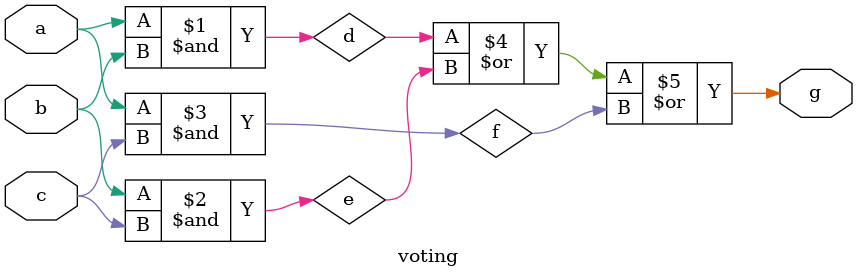
<source format=v>
module voting(input  wire a,
              input  wire b,
              input  wire c,
              output wire g
              );

  wire d = a & b;
  wire e = b & c;
  wire f = a & c;
  
  assign g = d | e | f;
  
endmodule

</source>
